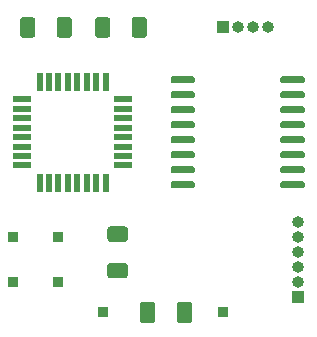
<source format=gts>
%TF.GenerationSoftware,KiCad,Pcbnew,(5.1.12)-1*%
%TF.CreationDate,2022-02-08T18:48:31+00:00*%
%TF.ProjectId,Watch_PCB_V2,57617463-685f-4504-9342-5f56322e6b69,rev?*%
%TF.SameCoordinates,Original*%
%TF.FileFunction,Soldermask,Top*%
%TF.FilePolarity,Negative*%
%FSLAX46Y46*%
G04 Gerber Fmt 4.6, Leading zero omitted, Abs format (unit mm)*
G04 Created by KiCad (PCBNEW (5.1.12)-1) date 2022-02-08 18:48:31*
%MOMM*%
%LPD*%
G01*
G04 APERTURE LIST*
%ADD10O,1.000000X1.000000*%
%ADD11R,1.000000X1.000000*%
%ADD12R,0.850000X0.850000*%
%ADD13R,1.600000X0.550000*%
%ADD14R,0.550000X1.600000*%
G04 APERTURE END LIST*
D10*
%TO.C,ICSP_PORT1*%
X217170000Y-83820000D03*
X217170000Y-85090000D03*
X217170000Y-86360000D03*
X217170000Y-87630000D03*
X217170000Y-88900000D03*
D11*
X217170000Y-90170000D03*
%TD*%
D10*
%TO.C,OLED*%
X214630000Y-67310000D03*
X213360000Y-67310000D03*
X212090000Y-67310000D03*
D11*
X210820000Y-67310000D03*
%TD*%
%TO.C,C1*%
G36*
G01*
X203807500Y-92090001D02*
X203807500Y-90789999D01*
G75*
G02*
X204057499Y-90540000I249999J0D01*
G01*
X204882501Y-90540000D01*
G75*
G02*
X205132500Y-90789999I0J-249999D01*
G01*
X205132500Y-92090001D01*
G75*
G02*
X204882501Y-92340000I-249999J0D01*
G01*
X204057499Y-92340000D01*
G75*
G02*
X203807500Y-92090001I0J249999D01*
G01*
G37*
G36*
G01*
X206932500Y-92090001D02*
X206932500Y-90789999D01*
G75*
G02*
X207182499Y-90540000I249999J0D01*
G01*
X208007501Y-90540000D01*
G75*
G02*
X208257500Y-90789999I0J-249999D01*
G01*
X208257500Y-92090001D01*
G75*
G02*
X208007501Y-92340000I-249999J0D01*
G01*
X207182499Y-92340000D01*
G75*
G02*
X206932500Y-92090001I0J249999D01*
G01*
G37*
%TD*%
D12*
%TO.C,GND1*%
X210820000Y-91440000D03*
%TD*%
%TO.C,LB*%
X193040000Y-85090000D03*
%TD*%
%TO.C,LBI*%
X193040000Y-88900000D03*
%TD*%
D13*
%TO.C,MCU*%
X193870000Y-73400000D03*
X193870000Y-74200000D03*
X193870000Y-75000000D03*
X193870000Y-75800000D03*
X193870000Y-76600000D03*
X193870000Y-77400000D03*
X193870000Y-78200000D03*
X193870000Y-79000000D03*
D14*
X195320000Y-80450000D03*
X196120000Y-80450000D03*
X196920000Y-80450000D03*
X197720000Y-80450000D03*
X198520000Y-80450000D03*
X199320000Y-80450000D03*
X200120000Y-80450000D03*
X200920000Y-80450000D03*
D13*
X202370000Y-79000000D03*
X202370000Y-78200000D03*
X202370000Y-77400000D03*
X202370000Y-76600000D03*
X202370000Y-75800000D03*
X202370000Y-75000000D03*
X202370000Y-74200000D03*
X202370000Y-73400000D03*
D14*
X200920000Y-71950000D03*
X200120000Y-71950000D03*
X199320000Y-71950000D03*
X198520000Y-71950000D03*
X197720000Y-71950000D03*
X196920000Y-71950000D03*
X196120000Y-71950000D03*
X195320000Y-71950000D03*
%TD*%
%TO.C,R1*%
G36*
G01*
X202555000Y-88560000D02*
X201305000Y-88560000D01*
G75*
G02*
X201055000Y-88310000I0J250000D01*
G01*
X201055000Y-87510000D01*
G75*
G02*
X201305000Y-87260000I250000J0D01*
G01*
X202555000Y-87260000D01*
G75*
G02*
X202805000Y-87510000I0J-250000D01*
G01*
X202805000Y-88310000D01*
G75*
G02*
X202555000Y-88560000I-250000J0D01*
G01*
G37*
G36*
G01*
X202555000Y-85460000D02*
X201305000Y-85460000D01*
G75*
G02*
X201055000Y-85210000I0J250000D01*
G01*
X201055000Y-84410000D01*
G75*
G02*
X201305000Y-84160000I250000J0D01*
G01*
X202555000Y-84160000D01*
G75*
G02*
X202805000Y-84410000I0J-250000D01*
G01*
X202805000Y-85210000D01*
G75*
G02*
X202555000Y-85460000I-250000J0D01*
G01*
G37*
%TD*%
%TO.C,R2*%
G36*
G01*
X203110000Y-67935000D02*
X203110000Y-66685000D01*
G75*
G02*
X203360000Y-66435000I250000J0D01*
G01*
X204160000Y-66435000D01*
G75*
G02*
X204410000Y-66685000I0J-250000D01*
G01*
X204410000Y-67935000D01*
G75*
G02*
X204160000Y-68185000I-250000J0D01*
G01*
X203360000Y-68185000D01*
G75*
G02*
X203110000Y-67935000I0J250000D01*
G01*
G37*
G36*
G01*
X200010000Y-67935000D02*
X200010000Y-66685000D01*
G75*
G02*
X200260000Y-66435000I250000J0D01*
G01*
X201060000Y-66435000D01*
G75*
G02*
X201310000Y-66685000I0J-250000D01*
G01*
X201310000Y-67935000D01*
G75*
G02*
X201060000Y-68185000I-250000J0D01*
G01*
X200260000Y-68185000D01*
G75*
G02*
X200010000Y-67935000I0J250000D01*
G01*
G37*
%TD*%
%TO.C,R3*%
G36*
G01*
X193660000Y-67935000D02*
X193660000Y-66685000D01*
G75*
G02*
X193910000Y-66435000I250000J0D01*
G01*
X194710000Y-66435000D01*
G75*
G02*
X194960000Y-66685000I0J-250000D01*
G01*
X194960000Y-67935000D01*
G75*
G02*
X194710000Y-68185000I-250000J0D01*
G01*
X193910000Y-68185000D01*
G75*
G02*
X193660000Y-67935000I0J250000D01*
G01*
G37*
G36*
G01*
X196760000Y-67935000D02*
X196760000Y-66685000D01*
G75*
G02*
X197010000Y-66435000I250000J0D01*
G01*
X197810000Y-66435000D01*
G75*
G02*
X198060000Y-66685000I0J-250000D01*
G01*
X198060000Y-67935000D01*
G75*
G02*
X197810000Y-68185000I-250000J0D01*
G01*
X197010000Y-68185000D01*
G75*
G02*
X196760000Y-67935000I0J250000D01*
G01*
G37*
%TD*%
D12*
%TO.C,RB*%
X196850000Y-85090000D03*
%TD*%
%TO.C,RBI*%
X196850000Y-88900000D03*
%TD*%
%TO.C,RTC*%
G36*
G01*
X206415000Y-71905000D02*
X206415000Y-71605000D01*
G75*
G02*
X206565000Y-71455000I150000J0D01*
G01*
X208315000Y-71455000D01*
G75*
G02*
X208465000Y-71605000I0J-150000D01*
G01*
X208465000Y-71905000D01*
G75*
G02*
X208315000Y-72055000I-150000J0D01*
G01*
X206565000Y-72055000D01*
G75*
G02*
X206415000Y-71905000I0J150000D01*
G01*
G37*
G36*
G01*
X206415000Y-73175000D02*
X206415000Y-72875000D01*
G75*
G02*
X206565000Y-72725000I150000J0D01*
G01*
X208315000Y-72725000D01*
G75*
G02*
X208465000Y-72875000I0J-150000D01*
G01*
X208465000Y-73175000D01*
G75*
G02*
X208315000Y-73325000I-150000J0D01*
G01*
X206565000Y-73325000D01*
G75*
G02*
X206415000Y-73175000I0J150000D01*
G01*
G37*
G36*
G01*
X206415000Y-74445000D02*
X206415000Y-74145000D01*
G75*
G02*
X206565000Y-73995000I150000J0D01*
G01*
X208315000Y-73995000D01*
G75*
G02*
X208465000Y-74145000I0J-150000D01*
G01*
X208465000Y-74445000D01*
G75*
G02*
X208315000Y-74595000I-150000J0D01*
G01*
X206565000Y-74595000D01*
G75*
G02*
X206415000Y-74445000I0J150000D01*
G01*
G37*
G36*
G01*
X206415000Y-75715000D02*
X206415000Y-75415000D01*
G75*
G02*
X206565000Y-75265000I150000J0D01*
G01*
X208315000Y-75265000D01*
G75*
G02*
X208465000Y-75415000I0J-150000D01*
G01*
X208465000Y-75715000D01*
G75*
G02*
X208315000Y-75865000I-150000J0D01*
G01*
X206565000Y-75865000D01*
G75*
G02*
X206415000Y-75715000I0J150000D01*
G01*
G37*
G36*
G01*
X206415000Y-76985000D02*
X206415000Y-76685000D01*
G75*
G02*
X206565000Y-76535000I150000J0D01*
G01*
X208315000Y-76535000D01*
G75*
G02*
X208465000Y-76685000I0J-150000D01*
G01*
X208465000Y-76985000D01*
G75*
G02*
X208315000Y-77135000I-150000J0D01*
G01*
X206565000Y-77135000D01*
G75*
G02*
X206415000Y-76985000I0J150000D01*
G01*
G37*
G36*
G01*
X206415000Y-78255000D02*
X206415000Y-77955000D01*
G75*
G02*
X206565000Y-77805000I150000J0D01*
G01*
X208315000Y-77805000D01*
G75*
G02*
X208465000Y-77955000I0J-150000D01*
G01*
X208465000Y-78255000D01*
G75*
G02*
X208315000Y-78405000I-150000J0D01*
G01*
X206565000Y-78405000D01*
G75*
G02*
X206415000Y-78255000I0J150000D01*
G01*
G37*
G36*
G01*
X206415000Y-79525000D02*
X206415000Y-79225000D01*
G75*
G02*
X206565000Y-79075000I150000J0D01*
G01*
X208315000Y-79075000D01*
G75*
G02*
X208465000Y-79225000I0J-150000D01*
G01*
X208465000Y-79525000D01*
G75*
G02*
X208315000Y-79675000I-150000J0D01*
G01*
X206565000Y-79675000D01*
G75*
G02*
X206415000Y-79525000I0J150000D01*
G01*
G37*
G36*
G01*
X206415000Y-80795000D02*
X206415000Y-80495000D01*
G75*
G02*
X206565000Y-80345000I150000J0D01*
G01*
X208315000Y-80345000D01*
G75*
G02*
X208465000Y-80495000I0J-150000D01*
G01*
X208465000Y-80795000D01*
G75*
G02*
X208315000Y-80945000I-150000J0D01*
G01*
X206565000Y-80945000D01*
G75*
G02*
X206415000Y-80795000I0J150000D01*
G01*
G37*
G36*
G01*
X215715000Y-80795000D02*
X215715000Y-80495000D01*
G75*
G02*
X215865000Y-80345000I150000J0D01*
G01*
X217615000Y-80345000D01*
G75*
G02*
X217765000Y-80495000I0J-150000D01*
G01*
X217765000Y-80795000D01*
G75*
G02*
X217615000Y-80945000I-150000J0D01*
G01*
X215865000Y-80945000D01*
G75*
G02*
X215715000Y-80795000I0J150000D01*
G01*
G37*
G36*
G01*
X215715000Y-79525000D02*
X215715000Y-79225000D01*
G75*
G02*
X215865000Y-79075000I150000J0D01*
G01*
X217615000Y-79075000D01*
G75*
G02*
X217765000Y-79225000I0J-150000D01*
G01*
X217765000Y-79525000D01*
G75*
G02*
X217615000Y-79675000I-150000J0D01*
G01*
X215865000Y-79675000D01*
G75*
G02*
X215715000Y-79525000I0J150000D01*
G01*
G37*
G36*
G01*
X215715000Y-78255000D02*
X215715000Y-77955000D01*
G75*
G02*
X215865000Y-77805000I150000J0D01*
G01*
X217615000Y-77805000D01*
G75*
G02*
X217765000Y-77955000I0J-150000D01*
G01*
X217765000Y-78255000D01*
G75*
G02*
X217615000Y-78405000I-150000J0D01*
G01*
X215865000Y-78405000D01*
G75*
G02*
X215715000Y-78255000I0J150000D01*
G01*
G37*
G36*
G01*
X215715000Y-76985000D02*
X215715000Y-76685000D01*
G75*
G02*
X215865000Y-76535000I150000J0D01*
G01*
X217615000Y-76535000D01*
G75*
G02*
X217765000Y-76685000I0J-150000D01*
G01*
X217765000Y-76985000D01*
G75*
G02*
X217615000Y-77135000I-150000J0D01*
G01*
X215865000Y-77135000D01*
G75*
G02*
X215715000Y-76985000I0J150000D01*
G01*
G37*
G36*
G01*
X215715000Y-75715000D02*
X215715000Y-75415000D01*
G75*
G02*
X215865000Y-75265000I150000J0D01*
G01*
X217615000Y-75265000D01*
G75*
G02*
X217765000Y-75415000I0J-150000D01*
G01*
X217765000Y-75715000D01*
G75*
G02*
X217615000Y-75865000I-150000J0D01*
G01*
X215865000Y-75865000D01*
G75*
G02*
X215715000Y-75715000I0J150000D01*
G01*
G37*
G36*
G01*
X215715000Y-74445000D02*
X215715000Y-74145000D01*
G75*
G02*
X215865000Y-73995000I150000J0D01*
G01*
X217615000Y-73995000D01*
G75*
G02*
X217765000Y-74145000I0J-150000D01*
G01*
X217765000Y-74445000D01*
G75*
G02*
X217615000Y-74595000I-150000J0D01*
G01*
X215865000Y-74595000D01*
G75*
G02*
X215715000Y-74445000I0J150000D01*
G01*
G37*
G36*
G01*
X215715000Y-73175000D02*
X215715000Y-72875000D01*
G75*
G02*
X215865000Y-72725000I150000J0D01*
G01*
X217615000Y-72725000D01*
G75*
G02*
X217765000Y-72875000I0J-150000D01*
G01*
X217765000Y-73175000D01*
G75*
G02*
X217615000Y-73325000I-150000J0D01*
G01*
X215865000Y-73325000D01*
G75*
G02*
X215715000Y-73175000I0J150000D01*
G01*
G37*
G36*
G01*
X215715000Y-71905000D02*
X215715000Y-71605000D01*
G75*
G02*
X215865000Y-71455000I150000J0D01*
G01*
X217615000Y-71455000D01*
G75*
G02*
X217765000Y-71605000I0J-150000D01*
G01*
X217765000Y-71905000D01*
G75*
G02*
X217615000Y-72055000I-150000J0D01*
G01*
X215865000Y-72055000D01*
G75*
G02*
X215715000Y-71905000I0J150000D01*
G01*
G37*
%TD*%
%TO.C,VDD1*%
X200660000Y-91440000D03*
%TD*%
M02*

</source>
